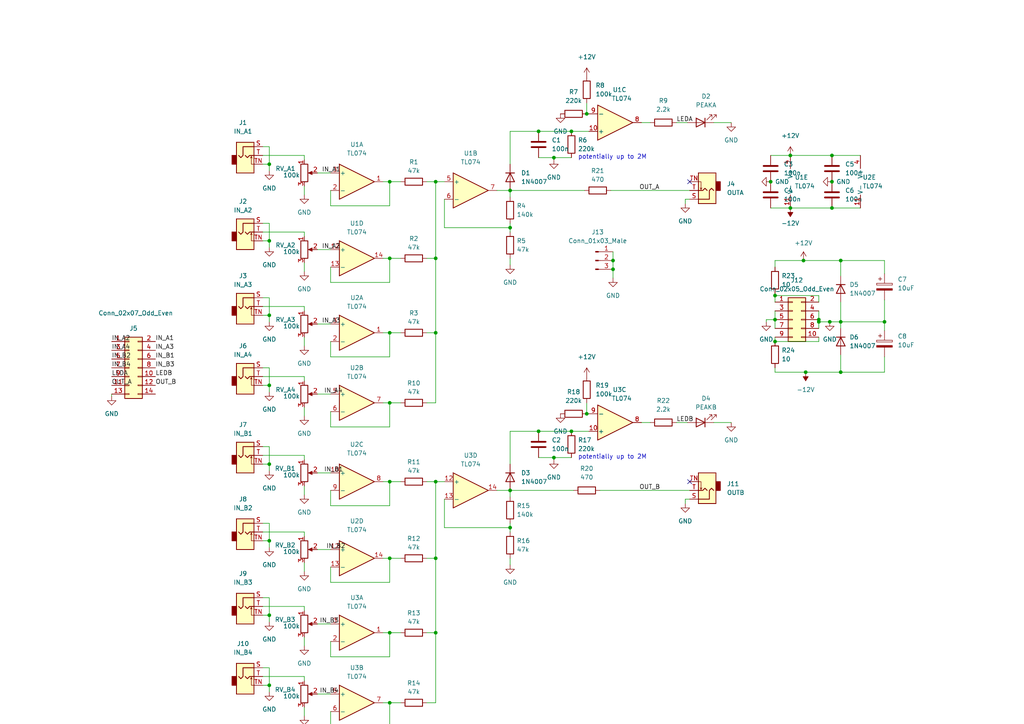
<source format=kicad_sch>
(kicad_sch (version 20211123) (generator eeschema)
  (paper "A4")
  (lib_symbols
    (symbol "Amplifier_Operational:TL074" (pin_names (offset 0.127))
      (property "Reference" "U" (at 0 5.08 0))
      (property "Value" "TL074" (at 0 -5.08 0))
      (symbol "TL074_1_1"
        (polyline (pts (xy -5.08 5.08) (xy 5.08 0) (xy -5.08 -5.08) (xy -5.08 5.08)) (stroke (width 0.254)) (fill (type background)))
        (pin output line (at 7.62 0 180) (length 2.54) (name "~") (number "1"))
        (pin input line (at -7.62 -2.54 0) (length 2.54) (name "-") (number "2"))
        (pin input line (at -7.62 2.54 0) (length 2.54) (name "+") (number "3"))
      )
      (symbol "TL074_2_1"
        (polyline (pts (xy -5.08 5.08) (xy 5.08 0) (xy -5.08 -5.08) (xy -5.08 5.08)) (stroke (width 0.254)) (fill (type background)))
        (pin input line (at -7.62 2.54 0) (length 2.54) (name "+") (number "5"))
        (pin input line (at -7.62 -2.54 0) (length 2.54) (name "-") (number "6"))
        (pin output line (at 7.62 0 180) (length 2.54) (name "~") (number "7"))
      )
      (symbol "TL074_3_1"
        (polyline (pts (xy -5.08 5.08) (xy 5.08 0) (xy -5.08 -5.08) (xy -5.08 5.08)) (stroke (width 0.254)) (fill (type background)))
        (pin input line (at -7.62 2.54 0) (length 2.54) (name "+") (number "10"))
        (pin output line (at 7.62 0 180) (length 2.54) (name "~") (number "8"))
        (pin input line (at -7.62 -2.54 0) (length 2.54) (name "-") (number "9"))
      )
      (symbol "TL074_4_1"
        (polyline (pts (xy -5.08 5.08) (xy 5.08 0) (xy -5.08 -5.08) (xy -5.08 5.08)) (stroke (width 0.254)) (fill (type background)))
        (pin input line (at -7.62 2.54 0) (length 2.54) (name "+") (number "12"))
        (pin input line (at -7.62 -2.54 0) (length 2.54) (name "-") (number "13"))
        (pin output line (at 7.62 0 180) (length 2.54) (name "~") (number "14"))
      )
      (symbol "TL074_5_1"
        (pin power_in line (at -2.54 -7.62 90) (length 3.81) (name "V-") (number "11"))
        (pin power_in line (at -2.54 7.62 270) (length 3.81) (name "V+") (number "4"))
      )
    )
    (symbol "Connector:AudioJack2_SwitchT"
      (property "Reference" "J" (at 0 8.89 0))
      (property "Value" "AudioJack2_SwitchT" (at 0 6.35 0))
      (symbol "AudioJack2_SwitchT_0_1"
        (rectangle (start -2.54 0) (end -3.81 -2.54) (stroke (width 0.254)) (fill (type outline)))
        (polyline (pts (xy 1.778 -0.254) (xy 2.032 -0.762)))
        (polyline (pts (xy 0 0) (xy 0.635 -0.635) (xy 1.27 0) (xy 2.54 0)) (stroke (width 0.254)))
        (polyline (pts (xy 2.54 -2.54) (xy 1.778 -2.54) (xy 1.778 -0.254) (xy 1.524 -0.762)))
        (polyline (pts (xy 2.54 2.54) (xy -0.635 2.54) (xy -0.635 0) (xy -1.27 -0.635) (xy -1.905 0)) (stroke (width 0.254)))
        (rectangle (start 2.54 3.81) (end -2.54 -5.08) (stroke (width 0.254)) (fill (type background)))
      )
      (symbol "AudioJack2_SwitchT_1_1"
        (pin passive line (at 5.08 2.54 180) (length 2.54) (name "~") (number "S"))
        (pin passive line (at 5.08 0 180) (length 2.54) (name "~") (number "T"))
        (pin passive line (at 5.08 -2.54 180) (length 2.54) (name "~") (number "TN"))
      )
    )
    (symbol "Connector:Conn_01x03_Male" (pin_names (offset 1.016) hide)
      (property "Reference" "J" (at 0 5.08 0))
      (property "Value" "Conn_01x03_Male" (at 0 -5.08 0))
      (symbol "Conn_01x03_Male_1_1"
        (polyline (pts (xy 1.27 -2.54) (xy 0.8636 -2.54)) (stroke (width 0.1524)))
        (polyline (pts (xy 1.27 0) (xy 0.8636 0)) (stroke (width 0.1524)))
        (polyline (pts (xy 1.27 2.54) (xy 0.8636 2.54)) (stroke (width 0.1524)))
        (rectangle (start 0.8636 -2.413) (end 0 -2.667) (stroke (width 0.1524)) (fill (type outline)))
        (rectangle (start 0.8636 0.127) (end 0 -0.127) (stroke (width 0.1524)) (fill (type outline)))
        (rectangle (start 0.8636 2.667) (end 0 2.413) (stroke (width 0.1524)) (fill (type outline)))
        (pin passive line (at 5.08 2.54 180) (length 3.81) (name "Pin_1") (number "1"))
        (pin passive line (at 5.08 0 180) (length 3.81) (name "Pin_2") (number "2"))
        (pin passive line (at 5.08 -2.54 180) (length 3.81) (name "Pin_3") (number "3"))
      )
    )
    (symbol "Connector_Generic:Conn_02x05_Odd_Even" (pin_names (offset 1.016) hide)
      (property "Reference" "J" (at 1.27 7.62 0))
      (property "Value" "Conn_02x05_Odd_Even" (at 1.27 -7.62 0))
      (symbol "Conn_02x05_Odd_Even_1_1"
        (rectangle (start -1.27 -4.953) (end 0 -5.207) (stroke (width 0.1524)))
        (rectangle (start -1.27 -2.413) (end 0 -2.667) (stroke (width 0.1524)))
        (rectangle (start -1.27 0.127) (end 0 -0.127) (stroke (width 0.1524)))
        (rectangle (start -1.27 2.667) (end 0 2.413) (stroke (width 0.1524)))
        (rectangle (start -1.27 5.207) (end 0 4.953) (stroke (width 0.1524)))
        (rectangle (start -1.27 6.35) (end 3.81 -6.35) (stroke (width 0.254)) (fill (type background)))
        (rectangle (start 3.81 -4.953) (end 2.54 -5.207) (stroke (width 0.1524)))
        (rectangle (start 3.81 -2.413) (end 2.54 -2.667) (stroke (width 0.1524)))
        (rectangle (start 3.81 0.127) (end 2.54 -0.127) (stroke (width 0.1524)))
        (rectangle (start 3.81 2.667) (end 2.54 2.413) (stroke (width 0.1524)))
        (rectangle (start 3.81 5.207) (end 2.54 4.953) (stroke (width 0.1524)))
        (pin passive line (at -5.08 5.08 0) (length 3.81) (name "Pin_1") (number "1"))
        (pin passive line (at 7.62 -5.08 180) (length 3.81) (name "Pin_10") (number "10"))
        (pin passive line (at 7.62 5.08 180) (length 3.81) (name "Pin_2") (number "2"))
        (pin passive line (at -5.08 2.54 0) (length 3.81) (name "Pin_3") (number "3"))
        (pin passive line (at 7.62 2.54 180) (length 3.81) (name "Pin_4") (number "4"))
        (pin passive line (at -5.08 0 0) (length 3.81) (name "Pin_5") (number "5"))
        (pin passive line (at 7.62 0 180) (length 3.81) (name "Pin_6") (number "6"))
        (pin passive line (at -5.08 -2.54 0) (length 3.81) (name "Pin_7") (number "7"))
        (pin passive line (at 7.62 -2.54 180) (length 3.81) (name "Pin_8") (number "8"))
        (pin passive line (at -5.08 -5.08 0) (length 3.81) (name "Pin_9") (number "9"))
      )
    )
    (symbol "Connector_Generic:Conn_02x07_Odd_Even" (pin_names (offset 1.016) hide)
      (property "Reference" "J" (at 1.27 10.16 0))
      (property "Value" "Conn_02x07_Odd_Even" (at 1.27 -10.16 0))
      (symbol "Conn_02x07_Odd_Even_1_1"
        (rectangle (start -1.27 -7.493) (end 0 -7.747) (stroke (width 0.1524)))
        (rectangle (start -1.27 -4.953) (end 0 -5.207) (stroke (width 0.1524)))
        (rectangle (start -1.27 -2.413) (end 0 -2.667) (stroke (width 0.1524)))
        (rectangle (start -1.27 0.127) (end 0 -0.127) (stroke (width 0.1524)))
        (rectangle (start -1.27 2.667) (end 0 2.413) (stroke (width 0.1524)))
        (rectangle (start -1.27 5.207) (end 0 4.953) (stroke (width 0.1524)))
        (rectangle (start -1.27 7.747) (end 0 7.493) (stroke (width 0.1524)))
        (rectangle (start -1.27 8.89) (end 3.81 -8.89) (stroke (width 0.254)) (fill (type background)))
        (rectangle (start 3.81 -7.493) (end 2.54 -7.747) (stroke (width 0.1524)))
        (rectangle (start 3.81 -4.953) (end 2.54 -5.207) (stroke (width 0.1524)))
        (rectangle (start 3.81 -2.413) (end 2.54 -2.667) (stroke (width 0.1524)))
        (rectangle (start 3.81 0.127) (end 2.54 -0.127) (stroke (width 0.1524)))
        (rectangle (start 3.81 2.667) (end 2.54 2.413) (stroke (width 0.1524)))
        (rectangle (start 3.81 5.207) (end 2.54 4.953) (stroke (width 0.1524)))
        (rectangle (start 3.81 7.747) (end 2.54 7.493) (stroke (width 0.1524)))
        (pin passive line (at -5.08 7.62 0) (length 3.81) (name "Pin_1") (number "1"))
        (pin passive line (at 7.62 -2.54 180) (length 3.81) (name "Pin_10") (number "10"))
        (pin passive line (at -5.08 -5.08 0) (length 3.81) (name "Pin_11") (number "11"))
        (pin passive line (at 7.62 -5.08 180) (length 3.81) (name "Pin_12") (number "12"))
        (pin passive line (at -5.08 -7.62 0) (length 3.81) (name "Pin_13") (number "13"))
        (pin passive line (at 7.62 -7.62 180) (length 3.81) (name "Pin_14") (number "14"))
        (pin passive line (at 7.62 7.62 180) (length 3.81) (name "Pin_2") (number "2"))
        (pin passive line (at -5.08 5.08 0) (length 3.81) (name "Pin_3") (number "3"))
        (pin passive line (at 7.62 5.08 180) (length 3.81) (name "Pin_4") (number "4"))
        (pin passive line (at -5.08 2.54 0) (length 3.81) (name "Pin_5") (number "5"))
        (pin passive line (at 7.62 2.54 180) (length 3.81) (name "Pin_6") (number "6"))
        (pin passive line (at -5.08 0 0) (length 3.81) (name "Pin_7") (number "7"))
        (pin passive line (at 7.62 0 180) (length 3.81) (name "Pin_8") (number "8"))
        (pin passive line (at -5.08 -2.54 0) (length 3.81) (name "Pin_9") (number "9"))
      )
    )
    (symbol "Device:C" (pin_numbers hide) (pin_names (offset 0.254))
      (property "Reference" "C" (at 0.635 2.54 0))
      (property "Value" "C" (at 0.635 -2.54 0))
      (symbol "C_0_1"
        (polyline (pts (xy -2.032 -0.762) (xy 2.032 -0.762)) (stroke (width 0.508)))
        (polyline (pts (xy -2.032 0.762) (xy 2.032 0.762)) (stroke (width 0.508)))
      )
      (symbol "C_1_1"
        (pin passive line (at 0 3.81 270) (length 2.794) (name "~") (number "1"))
        (pin passive line (at 0 -3.81 90) (length 2.794) (name "~") (number "2"))
      )
    )
    (symbol "Device:C_Polarized" (pin_numbers hide) (pin_names (offset 0.254))
      (property "Reference" "C" (at 0.635 2.54 0))
      (property "Value" "C_Polarized" (at 0.635 -2.54 0))
      (symbol "C_Polarized_0_1"
        (rectangle (start -2.286 0.508) (end 2.286 1.016))
        (polyline (pts (xy -1.778 2.286) (xy -0.762 2.286)))
        (polyline (pts (xy -1.27 2.794) (xy -1.27 1.778)))
        (rectangle (start 2.286 -0.508) (end -2.286 -1.016) (fill (type outline)))
      )
      (symbol "C_Polarized_1_1"
        (pin passive line (at 0 3.81 270) (length 2.794) (name "~") (number "1"))
        (pin passive line (at 0 -3.81 90) (length 2.794) (name "~") (number "2"))
      )
    )
    (symbol "Device:D" (pin_numbers hide) (pin_names (offset 1.016) hide)
      (property "Reference" "D" (at 0 2.54 0))
      (property "Value" "D" (at 0 -2.54 0))
      (symbol "D_0_1"
        (polyline (pts (xy -1.27 1.27) (xy -1.27 -1.27)) (stroke (width 0.254)))
        (polyline (pts (xy 1.27 0) (xy -1.27 0)))
        (polyline (pts (xy 1.27 1.27) (xy 1.27 -1.27) (xy -1.27 0) (xy 1.27 1.27)) (stroke (width 0.254)))
      )
      (symbol "D_1_1"
        (pin passive line (at -3.81 0 0) (length 2.54) (name "K") (number "1"))
        (pin passive line (at 3.81 0 180) (length 2.54) (name "A") (number "2"))
      )
    )
    (symbol "Device:LED" (pin_numbers hide) (pin_names (offset 1.016) hide)
      (property "Reference" "D" (at 0 2.54 0))
      (property "Value" "LED" (at 0 -2.54 0))
      (symbol "LED_0_1"
        (polyline (pts (xy -1.27 -1.27) (xy -1.27 1.27)) (stroke (width 0.254)))
        (polyline (pts (xy -1.27 0) (xy 1.27 0)))
        (polyline (pts (xy 1.27 -1.27) (xy 1.27 1.27) (xy -1.27 0) (xy 1.27 -1.27)) (stroke (width 0.254)))
        (polyline (pts (xy -3.048 -0.762) (xy -4.572 -2.286) (xy -3.81 -2.286) (xy -4.572 -2.286) (xy -4.572 -1.524)))
        (polyline (pts (xy -1.778 -0.762) (xy -3.302 -2.286) (xy -2.54 -2.286) (xy -3.302 -2.286) (xy -3.302 -1.524)))
      )
      (symbol "LED_1_1"
        (pin passive line (at -3.81 0 0) (length 2.54) (name "K") (number "1"))
        (pin passive line (at 3.81 0 180) (length 2.54) (name "A") (number "2"))
      )
    )
    (symbol "Device:R" (pin_numbers hide) (pin_names (offset 0))
      (property "Reference" "R" (at 2.032 0 90))
      (property "Value" "R" (at 0 0 90))
      (symbol "R_0_1"
        (rectangle (start -1.016 -2.54) (end 1.016 2.54) (stroke (width 0.254)))
      )
      (symbol "R_1_1"
        (pin passive line (at 0 3.81 270) (length 1.27) (name "~") (number "1"))
        (pin passive line (at 0 -3.81 90) (length 1.27) (name "~") (number "2"))
      )
    )
    (symbol "Device:R_Potentiometer" (pin_names (offset 1.016) hide)
      (property "Reference" "RV" (at -4.445 0 90))
      (property "Value" "R_Potentiometer" (at -2.54 0 90))
      (symbol "R_Potentiometer_0_1"
        (polyline (pts (xy 2.54 0) (xy 1.524 0)))
        (polyline (pts (xy 1.143 0) (xy 2.286 0.508) (xy 2.286 -0.508) (xy 1.143 0)) (fill (type outline)))
        (rectangle (start 1.016 2.54) (end -1.016 -2.54) (stroke (width 0.254)))
      )
      (symbol "R_Potentiometer_1_1"
        (pin passive line (at 0 3.81 270) (length 1.27) (name "1") (number "1"))
        (pin passive line (at 3.81 0 180) (length 1.27) (name "2") (number "2"))
        (pin passive line (at 0 -3.81 90) (length 1.27) (name "3") (number "3"))
      )
    )
    (symbol "power:+12V" (power) (pin_names (offset 0))
      (property "Value" "+12V" (at 0 3.556 0))
      (symbol "+12V_0_1"
        (polyline (pts (xy -0.762 1.27) (xy 0 2.54)))
        (polyline (pts (xy 0 0) (xy 0 2.54)))
        (polyline (pts (xy 0 2.54) (xy 0.762 1.27)))
      )
      (symbol "+12V_1_1"
        (pin power_in line (at 0 0 90) (length 0) hide (name "+12V") (number "1"))
      )
    )
    (symbol "power:-12V" (power) (pin_names (offset 0))
      (property "Value" "-12V" (at 0 3.81 0))
      (symbol "-12V_0_0"
        (pin power_in line (at 0 0 90) (length 0) hide (name "-12V") (number "1"))
      )
      (symbol "-12V_0_1"
        (polyline (pts (xy 0 0) (xy 0 1.27) (xy 0.762 1.27) (xy 0 2.54) (xy -0.762 1.27) (xy 0 1.27)) (fill (type outline)))
      )
    )
    (symbol "power:GND" (power) (pin_names (offset 0))
      (property "Value" "GND" (at 0 -3.81 0))
      (symbol "GND_0_1"
        (polyline (pts (xy 0 0) (xy 0 -1.27) (xy 1.27 -1.27) (xy 0 -2.54) (xy -1.27 -1.27) (xy 0 -1.27)))
      )
      (symbol "GND_1_1"
        (pin power_in line (at 0 0 270) (length 0) hide (name "GND") (number "1"))
      )
    )
  )
  (junction (at 160.655 45.72))
  (junction (at 160.655 132.715))
  (junction (at 78.105 134.62))
  (junction (at 241.3 52.705))
  (junction (at 78.105 47.625))
  (junction (at 229.235 60.325))
  (junction (at 170.18 33.02))
  (junction (at 78.105 156.845))
  (junction (at 113.03 139.7))
  (junction (at 78.105 91.44))
  (junction (at 170.18 120.015))
  (junction (at 113.03 96.52))
  (junction (at 243.84 107.95))
  (junction (at 243.84 75.565))
  (junction (at 113.03 116.84))
  (junction (at 113.03 52.705))
  (junction (at 156.21 125.095))
  (junction (at 165.735 125.095))
  (junction (at 126.365 139.7))
  (junction (at 147.955 153.035))
  (junction (at 147.955 66.04))
  (junction (at 113.03 74.93))
  (junction (at 156.21 38.1))
  (junction (at 113.03 161.925))
  (junction (at 243.84 93.345))
  (junction (at 147.955 55.245))
  (junction (at 78.105 69.85))
  (junction (at 126.365 161.925))
  (junction (at 113.03 183.515))
  (junction (at 237.49 92.71))
  (junction (at 165.735 38.1))
  (junction (at 256.54 93.345))
  (junction (at 147.955 142.24))
  (junction (at 126.365 96.52))
  (junction (at 233.045 75.565))
  (junction (at 177.8 75.565))
  (junction (at 78.105 178.435))
  (junction (at 241.3 45.085))
  (junction (at 229.235 45.085))
  (junction (at 223.52 52.705))
  (junction (at 78.105 111.76))
  (junction (at 126.365 52.705))
  (junction (at 237.49 93.345))
  (junction (at 224.79 85.725))
  (junction (at 78.105 198.755))
  (junction (at 224.79 99.06))
  (junction (at 240.665 93.345))
  (junction (at 224.79 92.71))
  (junction (at 126.365 183.515))
  (junction (at 241.3 60.325))
  (junction (at 113.03 203.835))
  (junction (at 233.68 107.95))
  (junction (at 126.365 74.93))
  (junction (at 177.8 78.105))
  (no_connect (at 200.025 139.7))
  (no_connect (at 200.025 52.705))
  (wire (pts (xy 224.79 90.17) (xy 224.79 92.71)))
  (wire (pts (xy 78.105 69.85) (xy 76.2 69.85)))
  (wire (pts (xy 113.03 183.515) (xy 116.205 183.515)))
  (wire (pts (xy 123.825 139.7) (xy 126.365 139.7)))
  (wire (pts (xy 76.2 42.545) (xy 78.105 42.545)))
  (wire (pts (xy 76.2 64.77) (xy 78.105 64.77)))
  (wire (pts (xy 123.825 52.705) (xy 126.365 52.705)))
  (wire (pts (xy 224.79 75.565) (xy 233.045 75.565)))
  (wire (pts (xy 95.885 142.24) (xy 95.885 146.685)))
  (wire (pts (xy 78.105 178.435) (xy 76.2 178.435)))
  (wire (pts (xy 78.105 134.62) (xy 76.2 134.62)))
  (wire (pts (xy 256.54 107.95) (xy 243.84 107.95)))
  (wire (pts (xy 126.365 161.925) (xy 126.365 183.515)))
  (wire (pts (xy 147.955 161.925) (xy 147.955 163.83)))
  (wire (pts (xy 198.755 146.05) (xy 198.755 144.78)))
  (wire (pts (xy 237.49 99.06) (xy 224.79 99.06)))
  (wire (pts (xy 78.105 64.77) (xy 78.105 69.85)))
  (wire (pts (xy 237.49 85.725) (xy 224.79 85.725)))
  (wire (pts (xy 240.665 93.345) (xy 237.49 93.345)))
  (wire (pts (xy 237.49 93.345) (xy 237.49 95.25)))
  (wire (pts (xy 224.79 97.79) (xy 224.79 99.06)))
  (wire (pts (xy 144.145 142.24) (xy 147.955 142.24)))
  (wire (pts (xy 224.79 85.725) (xy 224.79 87.63)))
  (wire (pts (xy 126.365 52.705) (xy 128.905 52.705)))
  (wire (pts (xy 147.955 47.625) (xy 147.955 38.1)))
  (wire (pts (xy 156.21 45.72) (xy 160.655 45.72)))
  (wire (pts (xy 78.105 47.625) (xy 76.2 47.625)))
  (wire (pts (xy 224.79 92.71) (xy 222.25 92.71)))
  (wire (pts (xy 224.79 75.565) (xy 224.79 77.47)))
  (wire (pts (xy 78.105 180.34) (xy 78.105 178.435)))
  (wire (pts (xy 123.825 96.52) (xy 126.365 96.52)))
  (wire (pts (xy 78.105 193.675) (xy 78.105 198.755)))
  (wire (pts (xy 256.54 79.375) (xy 256.54 75.565)))
  (wire (pts (xy 95.885 168.91) (xy 113.03 168.91)))
  (wire (pts (xy 196.215 35.56) (xy 199.39 35.56)))
  (wire (pts (xy 78.105 173.355) (xy 78.105 178.435)))
  (wire (pts (xy 88.265 196.215) (xy 76.2 196.215)))
  (wire (pts (xy 78.105 156.845) (xy 76.2 156.845)))
  (wire (pts (xy 256.54 86.995) (xy 256.54 93.345)))
  (wire (pts (xy 224.79 107.95) (xy 233.68 107.95)))
  (wire (pts (xy 243.84 75.565) (xy 243.84 80.01)))
  (wire (pts (xy 88.265 175.895) (xy 76.2 175.895)))
  (wire (pts (xy 126.365 96.52) (xy 126.365 116.84)))
  (wire (pts (xy 223.52 60.325) (xy 229.235 60.325)))
  (wire (pts (xy 113.03 190.5) (xy 113.03 183.515)))
  (wire (pts (xy 123.825 161.925) (xy 126.365 161.925)))
  (wire (pts (xy 233.68 107.95) (xy 243.84 107.95)))
  (wire (pts (xy 88.265 163.195) (xy 88.265 165.735)))
  (wire (pts (xy 113.03 103.505) (xy 113.03 96.52)))
  (wire (pts (xy 88.265 67.31) (xy 76.2 67.31)))
  (wire (pts (xy 95.885 77.47) (xy 95.885 81.915)))
  (wire (pts (xy 111.125 203.835) (xy 113.03 203.835)))
  (wire (pts (xy 88.265 110.49) (xy 88.265 109.22)))
  (wire (pts (xy 224.79 92.71) (xy 224.79 95.25)))
  (wire (pts (xy 170.18 33.02) (xy 170.815 33.02)))
  (wire (pts (xy 78.105 158.75) (xy 78.105 156.845)))
  (wire (pts (xy 198.755 57.785) (xy 200.025 57.785)))
  (wire (pts (xy 165.735 38.1) (xy 170.815 38.1)))
  (wire (pts (xy 222.25 92.71) (xy 222.25 93.345)))
  (wire (pts (xy 113.03 74.93) (xy 116.205 74.93)))
  (wire (pts (xy 113.03 96.52) (xy 116.205 96.52)))
  (wire (pts (xy 95.885 81.915) (xy 113.03 81.915)))
  (wire (pts (xy 78.105 129.54) (xy 78.105 134.62)))
  (wire (pts (xy 113.03 139.7) (xy 111.125 139.7)))
  (wire (pts (xy 144.145 55.245) (xy 147.955 55.245)))
  (wire (pts (xy 224.79 85.09) (xy 224.79 85.725)))
  (wire (pts (xy 113.03 59.69) (xy 113.03 52.705)))
  (wire (pts (xy 92.075 114.3) (xy 95.885 114.3)))
  (wire (pts (xy 147.955 55.245) (xy 169.545 55.245)))
  (wire (pts (xy 113.03 52.705) (xy 116.205 52.705)))
  (wire (pts (xy 88.265 88.9) (xy 76.2 88.9)))
  (wire (pts (xy 88.265 76.2) (xy 88.265 78.74)))
  (wire (pts (xy 147.955 142.24) (xy 147.955 144.145)))
  (wire (pts (xy 76.2 86.36) (xy 78.105 86.36)))
  (wire (pts (xy 256.54 95.885) (xy 256.54 93.345)))
  (wire (pts (xy 76.2 193.675) (xy 78.105 193.675)))
  (wire (pts (xy 147.955 66.04) (xy 128.905 66.04)))
  (wire (pts (xy 233.045 75.565) (xy 243.84 75.565)))
  (wire (pts (xy 177.165 55.245) (xy 200.025 55.245)))
  (wire (pts (xy 95.885 206.375) (xy 95.885 210.82)))
  (wire (pts (xy 78.105 86.36) (xy 78.105 91.44)))
  (wire (pts (xy 92.075 201.295) (xy 95.885 201.295)))
  (wire (pts (xy 78.105 198.755) (xy 76.2 198.755)))
  (wire (pts (xy 78.105 113.665) (xy 78.105 111.76)))
  (wire (pts (xy 95.885 103.505) (xy 113.03 103.505)))
  (wire (pts (xy 160.655 45.72) (xy 165.735 45.72)))
  (wire (pts (xy 113.03 210.82) (xy 113.03 203.835)))
  (wire (pts (xy 78.105 200.66) (xy 78.105 198.755)))
  (wire (pts (xy 123.825 183.515) (xy 126.365 183.515)))
  (wire (pts (xy 177.8 73.025) (xy 177.8 75.565)))
  (wire (pts (xy 126.365 52.705) (xy 126.365 74.93)))
  (wire (pts (xy 88.265 53.975) (xy 88.265 56.515)))
  (wire (pts (xy 126.365 139.7) (xy 126.365 161.925)))
  (wire (pts (xy 88.265 133.35) (xy 88.265 132.08)))
  (wire (pts (xy 147.955 134.62) (xy 147.955 125.095)))
  (wire (pts (xy 147.955 153.035) (xy 147.955 154.305)))
  (wire (pts (xy 76.2 173.355) (xy 78.105 173.355)))
  (wire (pts (xy 92.075 50.165) (xy 95.885 50.165)))
  (wire (pts (xy 92.075 180.975) (xy 95.885 180.975)))
  (wire (pts (xy 237.49 97.79) (xy 237.49 99.06)))
  (wire (pts (xy 256.54 75.565) (xy 243.84 75.565)))
  (wire (pts (xy 113.03 81.915) (xy 113.03 74.93)))
  (wire (pts (xy 186.055 35.56) (xy 188.595 35.56)))
  (wire (pts (xy 126.365 74.93) (xy 126.365 96.52)))
  (wire (pts (xy 128.905 66.04) (xy 128.905 57.785)))
  (wire (pts (xy 95.885 146.685) (xy 113.03 146.685)))
  (wire (pts (xy 92.075 137.16) (xy 95.885 137.16)))
  (wire (pts (xy 165.735 125.095) (xy 170.815 125.095)))
  (wire (pts (xy 243.84 87.63) (xy 243.84 93.345)))
  (wire (pts (xy 229.235 60.325) (xy 241.3 60.325)))
  (wire (pts (xy 156.21 38.1) (xy 165.735 38.1)))
  (wire (pts (xy 113.03 161.925) (xy 116.205 161.925)))
  (wire (pts (xy 95.885 123.825) (xy 113.03 123.825)))
  (wire (pts (xy 95.885 186.055) (xy 95.885 190.5)))
  (wire (pts (xy 113.03 116.84) (xy 116.205 116.84)))
  (wire (pts (xy 88.265 46.355) (xy 88.265 45.085)))
  (wire (pts (xy 207.01 35.56) (xy 212.09 35.56)))
  (wire (pts (xy 126.365 183.515) (xy 126.365 203.835)))
  (wire (pts (xy 198.755 59.055) (xy 198.755 57.785)))
  (wire (pts (xy 177.8 75.565) (xy 177.8 78.105)))
  (wire (pts (xy 78.105 91.44) (xy 76.2 91.44)))
  (wire (pts (xy 170.18 29.845) (xy 170.18 33.02)))
  (wire (pts (xy 78.105 71.755) (xy 78.105 69.85)))
  (wire (pts (xy 78.105 151.765) (xy 78.105 156.845)))
  (wire (pts (xy 95.885 164.465) (xy 95.885 168.91)))
  (wire (pts (xy 95.885 99.06) (xy 95.885 103.505)))
  (wire (pts (xy 92.075 93.98) (xy 95.885 93.98)))
  (wire (pts (xy 95.885 55.245) (xy 95.885 59.69)))
  (wire (pts (xy 243.84 102.87) (xy 243.84 107.95)))
  (wire (pts (xy 223.52 45.085) (xy 229.235 45.085)))
  (wire (pts (xy 160.655 45.72) (xy 160.655 46.355)))
  (wire (pts (xy 76.2 151.765) (xy 78.105 151.765)))
  (wire (pts (xy 229.235 45.085) (xy 241.3 45.085)))
  (wire (pts (xy 160.655 132.715) (xy 160.655 133.35)))
  (wire (pts (xy 256.54 103.505) (xy 256.54 107.95)))
  (wire (pts (xy 88.265 132.08) (xy 76.2 132.08)))
  (wire (pts (xy 88.265 140.97) (xy 88.265 143.51)))
  (wire (pts (xy 123.825 116.84) (xy 126.365 116.84)))
  (wire (pts (xy 160.655 132.715) (xy 165.735 132.715)))
  (wire (pts (xy 237.49 92.71) (xy 237.49 93.345)))
  (wire (pts (xy 88.265 177.165) (xy 88.265 175.895)))
  (wire (pts (xy 156.21 125.095) (xy 165.735 125.095)))
  (wire (pts (xy 123.825 203.835) (xy 126.365 203.835)))
  (wire (pts (xy 78.105 111.76) (xy 76.2 111.76)))
  (wire (pts (xy 76.2 129.54) (xy 78.105 129.54)))
  (wire (pts (xy 196.215 122.555) (xy 199.39 122.555)))
  (wire (pts (xy 78.105 106.68) (xy 78.105 111.76)))
  (wire (pts (xy 111.125 161.925) (xy 113.03 161.925)))
  (wire (pts (xy 170.18 120.015) (xy 170.815 120.015)))
  (wire (pts (xy 123.825 74.93) (xy 126.365 74.93)))
  (wire (pts (xy 113.03 168.91) (xy 113.03 161.925)))
  (wire (pts (xy 88.265 68.58) (xy 88.265 67.31)))
  (wire (pts (xy 95.885 190.5) (xy 113.03 190.5)))
  (wire (pts (xy 241.3 60.325) (xy 249.555 60.325)))
  (wire (pts (xy 78.105 93.345) (xy 78.105 91.44)))
  (wire (pts (xy 128.905 153.035) (xy 128.905 144.78)))
  (wire (pts (xy 113.03 146.685) (xy 113.03 139.7)))
  (wire (pts (xy 198.755 144.78) (xy 200.025 144.78)))
  (wire (pts (xy 173.99 142.24) (xy 200.025 142.24)))
  (wire (pts (xy 243.84 93.345) (xy 243.84 95.25)))
  (wire (pts (xy 170.18 116.84) (xy 170.18 120.015)))
  (wire (pts (xy 147.955 74.93) (xy 147.955 76.835)))
  (wire (pts (xy 95.885 119.38) (xy 95.885 123.825)))
  (wire (pts (xy 92.075 72.39) (xy 95.885 72.39)))
  (wire (pts (xy 126.365 139.7) (xy 128.905 139.7)))
  (wire (pts (xy 88.265 184.785) (xy 88.265 187.325)))
  (wire (pts (xy 111.125 116.84) (xy 113.03 116.84)))
  (wire (pts (xy 113.03 52.705) (xy 111.125 52.705)))
  (wire (pts (xy 156.21 132.715) (xy 160.655 132.715)))
  (wire (pts (xy 241.3 45.085) (xy 249.555 45.085)))
  (wire (pts (xy 177.8 78.105) (xy 177.8 80.645)))
  (wire (pts (xy 88.265 205.105) (xy 88.265 207.645)))
  (wire (pts (xy 237.49 90.17) (xy 237.49 92.71)))
  (wire (pts (xy 78.105 136.525) (xy 78.105 134.62)))
  (wire (pts (xy 113.03 139.7) (xy 116.205 139.7)))
  (wire (pts (xy 113.03 123.825) (xy 113.03 116.84)))
  (wire (pts (xy 92.075 159.385) (xy 95.885 159.385)))
  (wire (pts (xy 88.265 90.17) (xy 88.265 88.9)))
  (wire (pts (xy 147.955 142.24) (xy 166.37 142.24)))
  (wire (pts (xy 243.84 93.345) (xy 240.665 93.345)))
  (wire (pts (xy 88.265 97.79) (xy 88.265 100.33)))
  (wire (pts (xy 95.885 59.69) (xy 113.03 59.69)))
  (wire (pts (xy 186.055 122.555) (xy 188.595 122.555)))
  (wire (pts (xy 88.265 109.22) (xy 76.2 109.22)))
  (wire (pts (xy 147.955 64.77) (xy 147.955 66.04)))
  (wire (pts (xy 32.385 114.3) (xy 32.385 114.935)))
  (wire (pts (xy 113.03 203.835) (xy 116.205 203.835)))
  (wire (pts (xy 111.125 74.93) (xy 113.03 74.93)))
  (wire (pts (xy 147.955 125.095) (xy 156.21 125.095)))
  (wire (pts (xy 147.955 66.04) (xy 147.955 67.31)))
  (wire (pts (xy 88.265 118.11) (xy 88.265 120.65)))
  (wire (pts (xy 95.885 210.82) (xy 113.03 210.82)))
  (wire (pts (xy 147.955 153.035) (xy 128.905 153.035)))
  (wire (pts (xy 88.265 45.085) (xy 76.2 45.085)))
  (wire (pts (xy 256.54 93.345) (xy 243.84 93.345)))
  (wire (pts (xy 147.955 55.245) (xy 147.955 57.15)))
  (wire (pts (xy 147.955 38.1) (xy 156.21 38.1)))
  (wire (pts (xy 88.265 155.575) (xy 88.265 154.305)))
  (wire (pts (xy 147.955 151.765) (xy 147.955 153.035)))
  (wire (pts (xy 88.265 197.485) (xy 88.265 196.215)))
  (wire (pts (xy 207.01 122.555) (xy 212.09 122.555)))
  (wire (pts (xy 76.2 106.68) (xy 78.105 106.68)))
  (wire (pts (xy 111.125 183.515) (xy 113.03 183.515)))
  (wire (pts (xy 237.49 87.63) (xy 237.49 85.725)))
  (wire (pts (xy 78.105 42.545) (xy 78.105 47.625)))
  (wire (pts (xy 224.79 106.68) (xy 224.79 107.95)))
  (wire (pts (xy 88.265 154.305) (xy 76.2 154.305)))
  (wire (pts (xy 111.125 96.52) (xy 113.03 96.52)))
  (wire (pts (xy 78.105 49.53) (xy 78.105 47.625)))
  (text "potentially up to 2M" (at 167.64 46.355 0) (effects (font (size 1.27 1.27)) (justify left bottom)))
  (text "potentially up to 2M" (at 167.64 133.35 0) (effects (font (size 1.27 1.27)) (justify left bottom)))
  (label "OUT_A" (at 32.385 111.76 0))
  (label "LEDA" (at 196.215 35.56 0))
  (label "IN_A3" (at 45.085 101.6 0))
  (label "LEDB" (at 196.215 122.555 0))
  (label "OUT_B" (at 185.42 142.24 0))
  (label "LEDB" (at 45.085 109.22 0))
  (label "IN_B3" (at 92.71 180.975 0))
  (label "IN_B1" (at 93.98 137.16 0))
  (label "IN_B3" (at 45.085 106.68 0))
  (label "IN_A1" (at 93.345 50.165 0))
  (label "IN_A4" (at 32.385 101.6 0))
  (label "IN_B4" (at 92.71 201.295 0))
  (label "OUT_A" (at 185.42 55.245 0))
  (label "IN_B1" (at 45.085 104.14 0))
  (label "IN_B4" (at 32.385 106.68 0))
  (label "IN_B2" (at 94.615 159.385 0))
  (label "IN_B2" (at 32.385 104.14 0))
  (label "IN_A2" (at 93.345 72.39 0))
  (label "IN_A4" (at 93.98 114.3 0))
  (label "LEDA" (at 32.385 109.22 0))
  (label "IN_A1" (at 45.085 99.06 0))
  (label "IN_A2" (at 32.385 99.06 0))
  (label "OUT_B" (at 45.085 111.76 0))
  (label "IN_A3" (at 93.345 93.98 0))
  (symbol (lib_id "Device:C_Polarized") (at 256.54 99.695 0) (unit 1)
    (property "Reference" "C8" (at 260.35 97.5359 0) (effects (justify left)))
    (property "Value" "10uF" (at 260.35 100.0759 0) (effects (justify left)))
    (property "Footprint" "Capacitor_THT:CP_Radial_D5.0mm_P2.50mm" (effects hide))
  )
  (symbol (lib_id "Device:LED") (at 203.2 122.555 180) (unit 1)
    (property "Reference" "D4" (at 204.7875 115.57 0))
    (property "Value" "PEAKB" (at 204.7875 118.11 0))
    (property "Footprint" "LED_THT:LED_D3.0mm" (effects hide))
  )
  (symbol (lib_id "Device:C") (at 241.3 56.515 0) (unit 1)
    (property "Reference" "C6" (at 245.11 55.2449 0) (effects (justify left)))
    (property "Value" "100n" (at 245.11 57.7849 0) (effects (justify left)))
    (property "Footprint" "Capacitor_SMD:C_0603_1608Metric_Pad1.08x0.95mm_HandSolder" (effects hide))
  )
  (symbol (lib_id "Device:R") (at 192.405 35.56 90) (unit 1)
    (property "Reference" "R9" (at 192.405 29.21 90))
    (property "Value" "2.2k" (at 192.405 31.75 90))
    (property "Footprint" "Resistor_SMD:R_0603_1608Metric_Pad0.98x0.95mm_HandSolder" (effects hide))
  )
  (symbol (lib_id "Connector_Generic:Conn_02x05_Odd_Even") (at 229.87 92.71 0) (unit 1)
    (property "Reference" "J12" (at 231.14 81.28 0))
    (property "Value" "Conn_02x05_Odd_Even" (at 231.14 83.82 0))
    (property "Footprint" "Connector_PinHeader_2.54mm:PinHeader_2x05_P2.54mm_Vertical" (effects hide))
  )
  (symbol (lib_id "power:-12V") (at 233.68 107.95 180) (unit 1)
    (property "Reference" "#PWR0102" (effects hide))
    (property "Value" "-12V" (at 233.68 113.03 0))
  )
  (symbol (lib_id "Device:R") (at 147.955 60.96 180) (unit 1)
    (property "Reference" "R4" (at 149.86 59.6899 0) (effects (justify right)))
    (property "Value" "140k" (at 149.86 62.2299 0) (effects (justify right)))
    (property "Footprint" "Resistor_SMD:R_0603_1608Metric_Pad0.98x0.95mm_HandSolder" (effects hide))
  )
  (symbol (lib_id "Device:R") (at 173.355 55.245 90) (unit 1)
    (property "Reference" "R21" (at 173.355 49.53 90))
    (property "Value" "470" (at 173.355 52.07 90))
    (property "Footprint" "Resistor_SMD:R_0603_1608Metric_Pad0.98x0.95mm_HandSolder" (effects hide))
  )
  (symbol (lib_id "power:-12V") (at 229.235 60.325 180) (unit 1)
    (property "Reference" "#PWR014" (effects hide))
    (property "Value" "-12V" (at 229.235 64.77 0))
  )
  (symbol (lib_id "power:GND") (at 78.105 136.525 0) (unit 1)
    (property "Reference" "#PWR0116" (effects hide))
    (property "Value" "GND" (at 78.105 141.605 0))
  )
  (symbol (lib_id "Connector:Conn_01x03_Male") (at 172.72 75.565 0) (unit 1)
    (property "Reference" "J13" (at 173.355 67.31 0))
    (property "Value" "Conn_01x03_Male" (at 173.355 69.85 0))
    (property "Footprint" "Connector_PinHeader_2.54mm:PinHeader_1x03_P2.54mm_Vertical" (effects hide))
  )
  (symbol (lib_id "power:+12V") (at 233.045 75.565 0) (unit 1)
    (property "Reference" "#PWR0101" (effects hide))
    (property "Value" "+12V" (at 233.045 70.485 0))
  )
  (symbol (lib_id "Connector:AudioJack2_SwitchT") (at 71.12 175.895 0) (unit 1)
    (property "Reference" "J9" (at 70.485 166.37 0))
    (property "Value" "IN_B3" (at 70.485 168.91 0))
    (property "Footprint" "Connector_Audio:Jack_3.5mm_QingPu_WQP-PJ398SM_Vertical_CircularHoles" (effects hide))
  )
  (symbol (lib_id "power:GND") (at 88.265 100.33 0) (unit 1)
    (property "Reference" "#PWR06" (effects hide))
    (property "Value" "GND" (at 88.265 105.41 0))
  )
  (symbol (lib_id "Device:R") (at 224.79 81.28 0) (unit 1)
    (property "Reference" "R23" (at 226.695 80.0099 0) (effects (justify left)))
    (property "Value" "10" (at 226.695 82.5499 0) (effects (justify left)))
    (property "Footprint" "Resistor_SMD:R_0603_1608Metric_Pad0.98x0.95mm_HandSolder" (effects hide))
  )
  (symbol (lib_id "power:GND") (at 212.09 122.555 0) (unit 1)
    (property "Reference" "#PWR0108" (effects hide))
    (property "Value" "GND" (at 212.09 127.635 0))
  )
  (symbol (lib_id "power:GND") (at 198.755 59.055 0) (unit 1)
    (property "Reference" "#PWR011" (effects hide))
    (property "Value" "GND" (at 198.755 64.135 0))
  )
  (symbol (lib_id "power:GND") (at 147.955 163.83 0) (unit 1)
    (property "Reference" "#PWR0112" (effects hide))
    (property "Value" "GND" (at 147.955 168.91 0))
  )
  (symbol (lib_id "Amplifier_Operational:TL074") (at 252.095 52.705 0) (unit 5)
    (property "Reference" "U2" (at 250.19 51.4349 0) (effects (justify left)))
    (property "Value" "TL074" (at 250.19 53.9749 0) (effects (justify left)))
    (property "Footprint" "Package_SO:SO-14_3.9x8.65mm_P1.27mm" (effects hide))
    (property "Datasheet" "http://www.ti.com/lit/ds/symlink/tl071.pdf" (effects hide))
  )
  (symbol (lib_id "Device:R") (at 165.735 128.905 0) (unit 1)
    (property "Reference" "R17" (at 167.64 127.6349 0) (effects (justify left)))
    (property "Value" "220k" (at 167.64 130.1749 0) (effects (justify left)))
    (property "Footprint" "Resistor_SMD:R_0603_1608Metric_Pad0.98x0.95mm_HandSolder" (effects hide))
  )
  (symbol (lib_id "power:GND") (at 78.105 71.755 0) (unit 1)
    (property "Reference" "#PWR02" (effects hide))
    (property "Value" "GND" (at 78.105 76.835 0))
  )
  (symbol (lib_id "Device:R") (at 170.18 26.035 0) (unit 1)
    (property "Reference" "R8" (at 172.72 24.7649 0) (effects (justify left)))
    (property "Value" "100k" (at 172.72 27.3049 0) (effects (justify left)))
    (property "Footprint" "Resistor_SMD:R_0603_1608Metric_Pad0.98x0.95mm_HandSolder" (effects hide))
  )
  (symbol (lib_id "Connector:AudioJack2_SwitchT") (at 71.12 132.08 0) (unit 1)
    (property "Reference" "J7" (at 70.485 123.19 0))
    (property "Value" "IN_B1" (at 70.485 125.73 0))
    (property "Footprint" "Connector_Audio:Jack_3.5mm_QingPu_WQP-PJ398SM_Vertical_CircularHoles" (effects hide))
  )
  (symbol (lib_id "power:GND") (at 162.56 33.02 0) (unit 1)
    (property "Reference" "#PWR09" (effects hide))
    (property "Value" "GND" (at 162.56 38.1 0))
  )
  (symbol (lib_id "Device:R") (at 120.015 96.52 90) (unit 1)
    (property "Reference" "R3" (at 120.015 90.805 90))
    (property "Value" "47k" (at 120.015 93.345 90))
    (property "Footprint" "Resistor_SMD:R_0603_1608Metric_Pad0.98x0.95mm_HandSolder" (effects hide))
  )
  (symbol (lib_id "Device:R") (at 192.405 122.555 90) (unit 1)
    (property "Reference" "R22" (at 192.405 116.205 90))
    (property "Value" "2.2k" (at 192.405 118.745 90))
    (property "Footprint" "Resistor_SMD:R_0603_1608Metric_Pad0.98x0.95mm_HandSolder" (effects hide))
  )
  (symbol (lib_id "power:GND") (at 88.265 78.74 0) (unit 1)
    (property "Reference" "#PWR05" (effects hide))
    (property "Value" "GND" (at 88.265 83.82 0))
  )
  (symbol (lib_id "Device:R") (at 224.79 102.87 0) (unit 1)
    (property "Reference" "R24" (at 226.695 101.5999 0) (effects (justify left)))
    (property "Value" "10" (at 226.695 104.1399 0) (effects (justify left)))
    (property "Footprint" "Resistor_SMD:R_0603_1608Metric_Pad0.98x0.95mm_HandSolder" (effects hide))
  )
  (symbol (lib_id "Device:R_Potentiometer") (at 88.265 93.98 0) (unit 1)
    (property "Reference" "RV_A3" (at 85.725 92.7099 0) (effects (justify right)))
    (property "Value" "100k" (at 86.995 94.6149 0) (effects (justify right)))
    (property "Footprint" "Potentiometer_THT:Potentiometer_Alps_RK09K_Single_Vertical" (effects hide))
  )
  (symbol (lib_id "power:GND") (at 78.105 113.665 0) (unit 1)
    (property "Reference" "#PWR0117" (effects hide))
    (property "Value" "GND" (at 78.105 118.745 0))
  )
  (symbol (lib_id "Device:R") (at 120.015 74.93 90) (unit 1)
    (property "Reference" "R2" (at 120.015 69.215 90))
    (property "Value" "47k" (at 120.015 71.755 90))
    (property "Footprint" "Resistor_SMD:R_0603_1608Metric_Pad0.98x0.95mm_HandSolder" (effects hide))
  )
  (symbol (lib_id "Amplifier_Operational:TL074") (at 136.525 142.24 0) (unit 4)
    (property "Reference" "U3" (at 136.525 132.08 0))
    (property "Value" "TL074" (at 136.525 134.62 0))
    (property "Footprint" "Package_SO:SO-14_3.9x8.65mm_P1.27mm" (effects hide))
    (property "Datasheet" "http://www.ti.com/lit/ds/symlink/tl071.pdf" (effects hide))
  )
  (symbol (lib_id "power:GND") (at 88.265 143.51 0) (unit 1)
    (property "Reference" "#PWR0122" (effects hide))
    (property "Value" "GND" (at 88.265 148.59 0))
  )
  (symbol (lib_id "power:GND") (at 78.105 158.75 0) (unit 1)
    (property "Reference" "#PWR0123" (effects hide))
    (property "Value" "GND" (at 78.105 163.83 0))
  )
  (symbol (lib_id "Connector:AudioJack2_SwitchT") (at 71.12 109.22 0) (unit 1)
    (property "Reference" "J6" (at 70.485 100.33 0))
    (property "Value" "IN_A4" (at 70.485 102.87 0))
    (property "Footprint" "Connector_Audio:Jack_3.5mm_QingPu_WQP-PJ398SM_Vertical_CircularHoles" (effects hide))
  )
  (symbol (lib_id "Device:R") (at 147.955 158.115 180) (unit 1)
    (property "Reference" "R16" (at 149.86 156.8449 0) (effects (justify right)))
    (property "Value" "47k" (at 149.86 159.3849 0) (effects (justify right)))
    (property "Footprint" "Resistor_SMD:R_0603_1608Metric_Pad0.98x0.95mm_HandSolder" (effects hide))
  )
  (symbol (lib_id "Amplifier_Operational:TL074") (at 178.435 35.56 0) (mirror x) (unit 3)
    (property "Reference" "U1" (at 179.705 26.035 0))
    (property "Value" "TL074" (at 180.34 28.575 0))
    (property "Footprint" "Package_SO:SO-14_3.9x8.65mm_P1.27mm" (effects hide))
    (property "Datasheet" "http://www.ti.com/lit/ds/symlink/tl071.pdf" (effects hide))
  )
  (symbol (lib_id "Device:R") (at 120.015 139.7 90) (unit 1)
    (property "Reference" "R11" (at 120.015 133.985 90))
    (property "Value" "47k" (at 120.015 136.525 90))
    (property "Footprint" "Resistor_SMD:R_0603_1608Metric_Pad0.98x0.95mm_HandSolder" (effects hide))
  )
  (symbol (lib_id "Device:R") (at 147.955 71.12 180) (unit 1)
    (property "Reference" "R5" (at 149.86 69.8499 0) (effects (justify right)))
    (property "Value" "47k" (at 149.86 72.3899 0) (effects (justify right)))
    (property "Footprint" "Resistor_SMD:R_0603_1608Metric_Pad0.98x0.95mm_HandSolder" (effects hide))
  )
  (symbol (lib_id "Device:R_Potentiometer") (at 88.265 159.385 0) (unit 1)
    (property "Reference" "RV_B2" (at 85.725 158.1149 0) (effects (justify right)))
    (property "Value" "100k" (at 86.995 160.0199 0) (effects (justify right)))
    (property "Footprint" "Potentiometer_THT:Potentiometer_Alps_RK09K_Single_Vertical" (effects hide))
  )
  (symbol (lib_id "Device:R_Potentiometer") (at 88.265 114.3 0) (unit 1)
    (property "Reference" "RV_A4" (at 85.725 113.0299 0) (effects (justify right)))
    (property "Value" "100k" (at 86.995 114.9349 0) (effects (justify right)))
    (property "Footprint" "Potentiometer_THT:Potentiometer_Alps_RK09K_Single_Vertical" (effects hide))
  )
  (symbol (lib_id "Device:R_Potentiometer") (at 88.265 50.165 0) (unit 1)
    (property "Reference" "RV_A1" (at 85.725 48.8949 0) (effects (justify right)))
    (property "Value" "100k" (at 86.995 50.7999 0) (effects (justify right)))
    (property "Footprint" "Potentiometer_THT:Potentiometer_Alps_RK09K_Single_Vertical" (effects hide))
  )
  (symbol (lib_id "power:GND") (at 147.955 76.835 0) (unit 1)
    (property "Reference" "#PWR07" (effects hide))
    (property "Value" "GND" (at 147.955 81.915 0))
  )
  (symbol (lib_id "power:GND") (at 177.8 80.645 0) (unit 1)
    (property "Reference" "#PWR0124" (effects hide))
    (property "Value" "GND" (at 177.8 85.725 0))
  )
  (symbol (lib_id "power:GND") (at 78.105 200.66 0) (unit 1)
    (property "Reference" "#PWR0115" (effects hide))
    (property "Value" "GND" (at 78.105 205.74 0))
  )
  (symbol (lib_id "Device:D") (at 147.955 138.43 270) (unit 1)
    (property "Reference" "D3" (at 151.13 137.1599 90) (effects (justify left)))
    (property "Value" "1N4007" (at 151.13 139.6999 90) (effects (justify left)))
    (property "Footprint" "Diode_THT:D_DO-41_SOD81_P7.62mm_Horizontal" (effects hide))
  )
  (symbol (lib_id "Device:R_Potentiometer") (at 88.265 180.975 0) (unit 1)
    (property "Reference" "RV_B3" (at 85.725 179.7049 0) (effects (justify right)))
    (property "Value" "100k" (at 86.995 181.6099 0) (effects (justify right)))
    (property "Footprint" "Potentiometer_THT:Potentiometer_Alps_RK09K_Single_Vertical" (effects hide))
  )
  (symbol (lib_id "Device:C") (at 156.21 128.905 0) (unit 1)
    (property "Reference" "C2" (at 160.02 127.6349 0) (effects (justify left)))
    (property "Value" "100n" (at 160.02 130.1749 0) (effects (justify left)))
    (property "Footprint" "Capacitor_SMD:C_0603_1608Metric_Pad1.08x0.95mm_HandSolder" (effects hide))
  )
  (symbol (lib_id "power:GND") (at 222.25 93.345 0) (unit 1)
    (property "Reference" "#PWR0106" (effects hide))
    (property "Value" "GND" (at 222.25 98.425 0))
  )
  (symbol (lib_id "Amplifier_Operational:TL074") (at 178.435 122.555 0) (mirror x) (unit 3)
    (property "Reference" "U3" (at 179.705 113.03 0))
    (property "Value" "TL074" (at 180.34 115.57 0))
    (property "Footprint" "Package_SO:SO-14_3.9x8.65mm_P1.27mm" (effects hide))
    (property "Datasheet" "http://www.ti.com/lit/ds/symlink/tl071.pdf" (effects hide))
  )
  (symbol (lib_id "Device:R") (at 120.015 161.925 90) (unit 1)
    (property "Reference" "R12" (at 120.015 156.21 90))
    (property "Value" "47k" (at 120.015 158.75 90))
    (property "Footprint" "Resistor_SMD:R_0603_1608Metric_Pad0.98x0.95mm_HandSolder" (effects hide))
  )
  (symbol (lib_id "Device:C_Polarized") (at 256.54 83.185 0) (unit 1)
    (property "Reference" "C7" (at 260.35 81.0259 0) (effects (justify left)))
    (property "Value" "10uF" (at 260.35 83.5659 0) (effects (justify left)))
    (property "Footprint" "Capacitor_THT:CP_Radial_D5.0mm_P2.50mm" (effects hide))
  )
  (symbol (lib_id "power:GND") (at 88.265 120.65 0) (unit 1)
    (property "Reference" "#PWR0118" (effects hide))
    (property "Value" "GND" (at 88.265 125.73 0))
  )
  (symbol (lib_id "Connector:AudioJack2_SwitchT") (at 205.105 55.245 180) (unit 1)
    (property "Reference" "J4" (at 210.82 53.3399 0) (effects (justify right)))
    (property "Value" "OUTA" (at 210.82 55.8799 0) (effects (justify right)))
    (property "Footprint" "Connector_Audio:Jack_3.5mm_QingPu_WQP-PJ398SM_Vertical_CircularHoles" (effects hide))
  )
  (symbol (lib_id "Device:D") (at 147.955 51.435 270) (unit 1)
    (property "Reference" "D1" (at 151.13 50.1649 90) (effects (justify left)))
    (property "Value" "1N4007" (at 151.13 52.7049 90) (effects (justify left)))
    (property "Footprint" "Diode_THT:D_DO-41_SOD81_P7.62mm_Horizontal" (effects hide))
  )
  (symbol (lib_id "Device:R") (at 165.735 41.91 0) (unit 1)
    (property "Reference" "R6" (at 167.64 40.6399 0) (effects (justify left)))
    (property "Value" "220k" (at 167.64 43.1799 0) (effects (justify left)))
    (property "Footprint" "Resistor_SMD:R_0603_1608Metric_Pad0.98x0.95mm_HandSolder" (effects hide))
  )
  (symbol (lib_id "power:GND") (at 212.09 35.56 0) (unit 1)
    (property "Reference" "#PWR012" (effects hide))
    (property "Value" "GND" (at 212.09 40.64 0))
  )
  (symbol (lib_id "Amplifier_Operational:TL074") (at 231.775 52.705 0) (unit 5)
    (property "Reference" "U1" (at 230.505 51.4349 0) (effects (justify left)))
    (property "Value" "TL074" (at 230.505 53.9749 0) (effects (justify left)))
    (property "Footprint" "Package_SO:SO-14_3.9x8.65mm_P1.27mm" (effects hide))
    (property "Datasheet" "http://www.ti.com/lit/ds/symlink/tl071.pdf" (effects hide))
  )
  (symbol (lib_id "power:GND") (at 198.755 146.05 0) (unit 1)
    (property "Reference" "#PWR0107" (effects hide))
    (property "Value" "GND" (at 198.755 151.13 0))
  )
  (symbol (lib_id "Connector_Generic:Conn_02x07_Odd_Even") (at 37.465 106.68 0) (unit 1)
    (property "Reference" "J5" (at 38.735 95.25 0))
    (property "Value" "Conn_02x07_Odd_Even" (at 39.37 90.805 0))
    (property "Footprint" "Connector_PinHeader_2.54mm:PinHeader_2x07_P2.54mm_Vertical" (effects hide))
  )
  (symbol (lib_id "Connector:AudioJack2_SwitchT") (at 205.105 142.24 180) (unit 1)
    (property "Reference" "J11" (at 210.82 140.3349 0) (effects (justify right)))
    (property "Value" "OUTB" (at 210.82 142.8749 0) (effects (justify right)))
    (property "Footprint" "Connector_Audio:Jack_3.5mm_QingPu_WQP-PJ398SM_Vertical_CircularHoles" (effects hide))
  )
  (symbol (lib_id "power:GND") (at 162.56 120.015 0) (unit 1)
    (property "Reference" "#PWR0105" (effects hide))
    (property "Value" "GND" (at 162.56 125.095 0))
  )
  (symbol (lib_id "Amplifier_Operational:TL074") (at 136.525 55.245 0) (unit 2)
    (property "Reference" "U1" (at 136.525 44.45 0))
    (property "Value" "TL074" (at 136.525 46.99 0))
    (property "Footprint" "Package_SO:SO-14_3.9x8.65mm_P1.27mm" (effects hide))
    (property "Datasheet" "http://www.ti.com/lit/ds/symlink/tl071.pdf" (effects hide))
  )
  (symbol (lib_id "power:+12V") (at 170.18 22.225 0) (unit 1)
    (property "Reference" "#PWR010" (effects hide))
    (property "Value" "+12V" (at 170.18 16.51 0))
  )
  (symbol (lib_id "power:GND") (at 32.385 114.935 0) (unit 1)
    (property "Reference" "#PWR0119" (effects hide))
    (property "Value" "GND" (at 32.385 120.015 0))
  )
  (symbol (lib_id "power:GND") (at 241.3 52.705 270) (unit 1)
    (property "Reference" "#PWR0111" (effects hide))
    (property "Value" "GND" (at 242.57 52.7049 90) (effects (justify left)))
  )
  (symbol (lib_id "power:GND") (at 78.105 93.345 0) (unit 1)
    (property "Reference" "#PWR03" (effects hide))
    (property "Value" "GND" (at 78.105 98.425 0))
  )
  (symbol (lib_id "power:GND") (at 78.105 49.53 0) (unit 1)
    (property "Reference" "#PWR01" (effects hide))
    (property "Value" "GND" (at 78.105 54.61 0))
  )
  (symbol (lib_id "power:+12V") (at 229.235 45.085 0) (unit 1)
    (property "Reference" "#PWR013" (effects hide))
    (property "Value" "+12V" (at 229.235 39.37 0))
  )
  (symbol (lib_id "Connector:AudioJack2_SwitchT") (at 71.12 67.31 0) (unit 1)
    (property "Reference" "J2" (at 70.485 58.42 0))
    (property "Value" "IN_A2" (at 70.485 60.96 0))
    (property "Footprint" "Connector_Audio:Jack_3.5mm_QingPu_WQP-PJ398SM_Vertical_CircularHoles" (effects hide))
  )
  (symbol (lib_id "Connector:AudioJack2_SwitchT") (at 71.12 88.9 0) (unit 1)
    (property "Reference" "J3" (at 70.485 80.01 0))
    (property "Value" "IN_A3" (at 70.485 82.55 0))
    (property "Footprint" "Connector_Audio:Jack_3.5mm_QingPu_WQP-PJ398SM_Vertical_CircularHoles" (effects hide))
  )
  (symbol (lib_id "power:+12V") (at 170.18 109.22 0) (unit 1)
    (property "Reference" "#PWR0109" (effects hide))
    (property "Value" "+12V" (at 170.18 103.505 0))
  )
  (symbol (lib_id "Device:C") (at 156.21 41.91 0) (unit 1)
    (property "Reference" "C1" (at 160.02 40.6399 0) (effects (justify left)))
    (property "Value" "100n" (at 160.02 43.1799 0) (effects (justify left)))
    (property "Footprint" "Capacitor_SMD:C_0603_1608Metric_Pad1.08x0.95mm_HandSolder" (effects hide))
  )
  (symbol (lib_id "Device:C") (at 223.52 48.895 0) (unit 1)
    (property "Reference" "C3" (at 227.33 47.6249 0) (effects (justify left)))
    (property "Value" "100n" (at 227.33 50.1649 0) (effects (justify left)))
    (property "Footprint" "Capacitor_SMD:C_0603_1608Metric_Pad1.08x0.95mm_HandSolder" (effects hide))
  )
  (symbol (lib_id "Device:C") (at 241.3 48.895 0) (unit 1)
    (property "Reference" "C5" (at 245.11 47.6249 0) (effects (justify left)))
    (property "Value" "100n" (at 245.11 50.1649 0) (effects (justify left)))
    (property "Footprint" "Capacitor_SMD:C_0603_1608Metric_Pad1.08x0.95mm_HandSolder" (effects hide))
  )
  (symbol (lib_id "Connector:AudioJack2_SwitchT") (at 71.12 45.085 0) (unit 1)
    (property "Reference" "J1" (at 70.485 35.56 0))
    (property "Value" "IN_A1" (at 70.485 38.1 0))
    (property "Footprint" "Connector_Audio:Jack_3.5mm_QingPu_WQP-PJ398SM_Vertical_CircularHoles" (effects hide))
  )
  (symbol (lib_id "Device:R_Potentiometer") (at 88.265 72.39 0) (unit 1)
    (property "Reference" "RV_A2" (at 85.725 71.1199 0) (effects (justify right)))
    (property "Value" "100k" (at 86.995 73.0249 0) (effects (justify right)))
    (property "Footprint" "Potentiometer_THT:Potentiometer_Alps_RK09K_Single_Vertical" (effects hide))
  )
  (symbol (lib_id "Connector:AudioJack2_SwitchT") (at 71.12 154.305 0) (unit 1)
    (property "Reference" "J8" (at 70.485 144.78 0))
    (property "Value" "IN_B2" (at 70.485 147.32 0))
    (property "Footprint" "Connector_Audio:Jack_3.5mm_QingPu_WQP-PJ398SM_Vertical_CircularHoles" (effects hide))
  )
  (symbol (lib_id "Device:R") (at 147.955 147.955 180) (unit 1)
    (property "Reference" "R15" (at 149.86 146.6849 0) (effects (justify right)))
    (property "Value" "140k" (at 149.86 149.2249 0) (effects (justify right)))
    (property "Footprint" "Resistor_SMD:R_0603_1608Metric_Pad0.98x0.95mm_HandSolder" (effects hide))
  )
  (symbol (lib_id "power:GND") (at 160.655 46.355 0) (unit 1)
    (property "Reference" "#PWR08" (effects hide))
    (property "Value" "GND" (at 160.655 51.435 0))
  )
  (symbol (lib_id "Amplifier_Operational:TL074") (at 103.505 52.705 0) (unit 1)
    (property "Reference" "U1" (at 103.505 41.91 0))
    (property "Value" "TL074" (at 103.505 44.45 0))
    (property "Footprint" "Package_SO:SO-14_3.9x8.65mm_P1.27mm" (effects hide))
    (property "Datasheet" "http://www.ti.com/lit/ds/symlink/tl071.pdf" (effects hide))
  )
  (symbol (lib_id "Device:R") (at 120.015 183.515 90) (unit 1)
    (property "Reference" "R13" (at 120.015 177.8 90))
    (property "Value" "47k" (at 120.015 180.34 90))
    (property "Footprint" "Resistor_SMD:R_0603_1608Metric_Pad0.98x0.95mm_HandSolder" (effects hide))
  )
  (symbol (lib_id "Amplifier_Operational:TL074") (at 103.505 96.52 0) (unit 1)
    (property "Reference" "U2" (at 103.505 86.36 0))
    (property "Value" "TL074" (at 103.505 88.9 0))
    (property "Footprint" "Package_SO:SO-14_3.9x8.65mm_P1.27mm" (effects hide))
    (property "Datasheet" "http://www.ti.com/lit/ds/symlink/tl071.pdf" (effects hide))
  )
  (symbol (lib_id "Device:R_Potentiometer") (at 88.265 137.16 0) (unit 1)
    (property "Reference" "RV_B1" (at 85.725 135.8899 0) (effects (justify right)))
    (property "Value" "100k" (at 86.995 137.7949 0) (effects (justify right)))
    (property "Footprint" "Potentiometer_THT:Potentiometer_Alps_RK09K_Single_Vertical" (effects hide))
  )
  (symbol (lib_id "Amplifier_Operational:TL074") (at 103.505 183.515 0) (unit 1)
    (property "Reference" "U3" (at 103.505 173.355 0))
    (property "Value" "TL074" (at 103.505 175.895 0))
    (property "Footprint" "Package_SO:SO-14_3.9x8.65mm_P1.27mm" (effects hide))
    (property "Datasheet" "http://www.ti.com/lit/ds/symlink/tl071.pdf" (effects hide))
  )
  (symbol (lib_id "Device:LED") (at 203.2 35.56 180) (unit 1)
    (property "Reference" "D2" (at 204.7875 27.94 0))
    (property "Value" "PEAKA" (at 204.7875 30.48 0))
    (property "Footprint" "LED_THT:LED_D3.0mm" (effects hide))
  )
  (symbol (lib_id "power:GND") (at 88.265 207.645 0) (unit 1)
    (property "Reference" "#PWR0114" (effects hide))
    (property "Value" "GND" (at 88.265 212.725 0))
  )
  (symbol (lib_id "power:GND") (at 88.265 187.325 0) (unit 1)
    (property "Reference" "#PWR0113" (effects hide))
    (property "Value" "GND" (at 88.265 192.405 0))
  )
  (symbol (lib_id "Amplifier_Operational:TL074") (at 103.505 203.835 0) (unit 2)
    (property "Reference" "U3" (at 103.505 193.675 0))
    (property "Value" "TL074" (at 103.505 196.215 0))
    (property "Footprint" "Package_SO:SO-14_3.9x8.65mm_P1.27mm" (effects hide))
    (property "Datasheet" "http://www.ti.com/lit/ds/symlink/tl071.pdf" (effects hide))
  )
  (symbol (lib_id "Amplifier_Operational:TL074") (at 103.505 139.7 0) (unit 3)
    (property "Reference" "U2" (at 103.505 128.905 0))
    (property "Value" "TL074" (at 103.505 131.445 0))
    (property "Footprint" "Package_SO:SO-14_3.9x8.65mm_P1.27mm" (effects hide))
    (property "Datasheet" "http://www.ti.com/lit/ds/symlink/tl071.pdf" (effects hide))
  )
  (symbol (lib_id "Device:D") (at 243.84 83.82 270) (unit 1)
    (property "Reference" "D5" (at 246.38 82.5499 90) (effects (justify left)))
    (property "Value" "1N4007" (at 246.38 85.0899 90) (effects (justify left)))
    (property "Footprint" "Diode_THT:D_DO-41_SOD81_P7.62mm_Horizontal" (effects hide))
  )
  (symbol (lib_id "Device:R") (at 120.015 203.835 90) (unit 1)
    (property "Reference" "R14" (at 120.015 198.12 90))
    (property "Value" "47k" (at 120.015 200.66 90))
    (property "Footprint" "Resistor_SMD:R_0603_1608Metric_Pad0.98x0.95mm_HandSolder" (effects hide))
  )
  (symbol (lib_id "Device:C") (at 223.52 56.515 0) (unit 1)
    (property "Reference" "C4" (at 227.33 55.2449 0) (effects (justify left)))
    (property "Value" "100n" (at 227.33 57.7849 0) (effects (justify left)))
    (property "Footprint" "Capacitor_SMD:C_0603_1608Metric_Pad1.08x0.95mm_HandSolder" (effects hide))
  )
  (symbol (lib_id "Amplifier_Operational:TL074") (at 103.505 74.93 0) (unit 4)
    (property "Reference" "U1" (at 103.505 64.77 0))
    (property "Value" "TL074" (at 103.505 67.31 0))
    (property "Footprint" "Package_SO:SO-14_3.9x8.65mm_P1.27mm" (effects hide))
    (property "Datasheet" "http://www.ti.com/lit/ds/symlink/tl071.pdf" (effects hide))
  )
  (symbol (lib_id "power:GND") (at 223.52 52.705 270) (unit 1)
    (property "Reference" "#PWR0110" (effects hide))
    (property "Value" "GND" (at 224.79 52.7049 90) (effects (justify left)))
  )
  (symbol (lib_id "power:GND") (at 240.665 93.345 0) (unit 1)
    (property "Reference" "#PWR0103" (effects hide))
    (property "Value" "GND" (at 240.665 98.425 0))
  )
  (symbol (lib_id "Amplifier_Operational:TL074") (at 103.505 161.925 0) (unit 4)
    (property "Reference" "U2" (at 103.505 151.13 0))
    (property "Value" "TL074" (at 103.505 153.67 0))
    (property "Footprint" "Package_SO:SO-14_3.9x8.65mm_P1.27mm" (effects hide))
    (property "Datasheet" "http://www.ti.com/lit/ds/symlink/tl071.pdf" (effects hide))
  )
  (symbol (lib_id "Device:R") (at 166.37 120.015 90) (unit 1)
    (property "Reference" "R18" (at 166.37 113.665 90))
    (property "Value" "220k" (at 166.37 116.205 90))
    (property "Footprint" "Resistor_SMD:R_0603_1608Metric_Pad0.98x0.95mm_HandSolder" (effects hide))
  )
  (symbol (lib_id "power:GND") (at 78.105 180.34 0) (unit 1)
    (property "Reference" "#PWR0120" (effects hide))
    (property "Value" "GND" (at 78.105 185.42 0))
  )
  (symbol (lib_id "Device:R") (at 120.015 52.705 90) (unit 1)
    (property "Reference" "R1" (at 120.015 46.99 90))
    (property "Value" "47k" (at 120.015 49.53 90))
    (property "Footprint" "Resistor_SMD:R_0603_1608Metric_Pad0.98x0.95mm_HandSolder" (effects hide))
  )
  (symbol (lib_id "power:GND") (at 160.655 133.35 0) (unit 1)
    (property "Reference" "#PWR0104" (effects hide))
    (property "Value" "GND" (at 160.655 138.43 0))
  )
  (symbol (lib_id "Connector:AudioJack2_SwitchT") (at 71.12 196.215 0) (unit 1)
    (property "Reference" "J10" (at 70.485 186.69 0))
    (property "Value" "IN_B4" (at 70.485 189.23 0))
    (property "Footprint" "Connector_Audio:Jack_3.5mm_QingPu_WQP-PJ398SM_Vertical_CircularHoles" (effects hide))
  )
  (symbol (lib_id "power:GND") (at 88.265 56.515 0) (unit 1)
    (property "Reference" "#PWR04" (effects hide))
    (property "Value" "GND" (at 88.265 61.595 0))
  )
  (symbol (lib_id "Device:R") (at 120.015 116.84 90) (unit 1)
    (property "Reference" "R10" (at 120.015 111.125 90))
    (property "Value" "47k" (at 120.015 113.665 90))
    (property "Footprint" "Resistor_SMD:R_0603_1608Metric_Pad0.98x0.95mm_HandSolder" (effects hide))
  )
  (symbol (lib_id "Device:R") (at 170.18 113.03 0) (unit 1)
    (property "Reference" "R19" (at 172.72 111.7599 0) (effects (justify left)))
    (property "Value" "100k" (at 172.72 114.2999 0) (effects (justify left)))
    (property "Footprint" "Resistor_SMD:R_0603_1608Metric_Pad0.98x0.95mm_HandSolder" (effects hide))
  )
  (symbol (lib_id "Amplifier_Operational:TL074") (at 103.505 116.84 0) (unit 2)
    (property "Reference" "U2" (at 103.505 106.68 0))
    (property "Value" "TL074" (at 103.505 109.22 0))
    (property "Footprint" "Package_SO:SO-14_3.9x8.65mm_P1.27mm" (effects hide))
    (property "Datasheet" "http://www.ti.com/lit/ds/symlink/tl071.pdf" (effects hide))
  )
  (symbol (lib_id "Device:D") (at 243.84 99.06 270) (unit 1)
    (property "Reference" "D6" (at 246.38 97.7899 90) (effects (justify left)))
    (property "Value" "1N4007" (at 246.38 100.3299 90) (effects (justify left)))
    (property "Footprint" "Diode_THT:D_DO-41_SOD81_P7.62mm_Horizontal" (effects hide))
  )
  (symbol (lib_id "Device:R") (at 166.37 33.02 90) (unit 1)
    (property "Reference" "R7" (at 166.37 26.67 90))
    (property "Value" "220k" (at 166.37 29.21 90))
    (property "Footprint" "Resistor_SMD:R_0603_1608Metric_Pad0.98x0.95mm_HandSolder" (effects hide))
  )
  (symbol (lib_id "Device:R") (at 170.18 142.24 90) (unit 1)
    (property "Reference" "R20" (at 170.18 135.89 90))
    (property "Value" "470" (at 170.18 138.43 90))
    (property "Footprint" "Resistor_SMD:R_0603_1608Metric_Pad0.98x0.95mm_HandSolder" (effects hide))
  )
  (symbol (lib_id "Device:R_Potentiometer") (at 88.265 201.295 0) (unit 1)
    (property "Reference" "RV_B4" (at 85.725 200.0249 0) (effects (justify right)))
    (property "Value" "100k" (at 86.995 201.9299 0) (effects (justify right)))
    (property "Footprint" "Potentiometer_THT:Potentiometer_Alps_RK09K_Single_Vertical" (effects hide))
  )
  (symbol (lib_id "power:GND") (at 88.265 165.735 0) (unit 1)
    (property "Reference" "#PWR0121" (effects hide))
    (property "Value" "GND" (at 88.265 170.815 0))
  )
)
</source>
